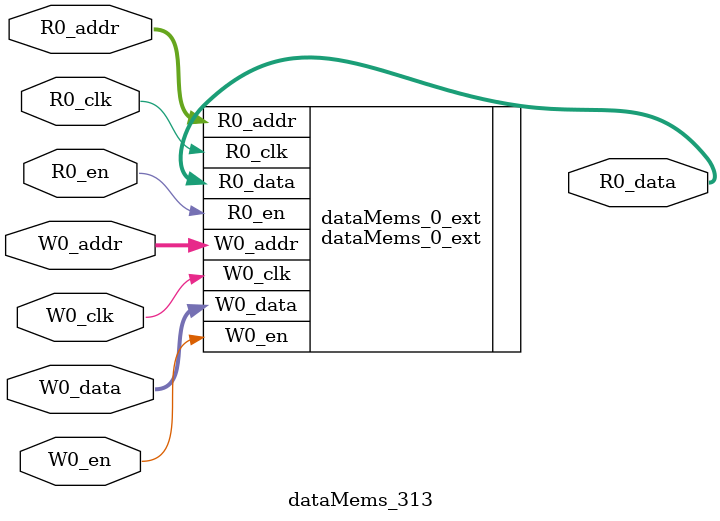
<source format=sv>
`ifndef RANDOMIZE
  `ifdef RANDOMIZE_REG_INIT
    `define RANDOMIZE
  `endif // RANDOMIZE_REG_INIT
`endif // not def RANDOMIZE
`ifndef RANDOMIZE
  `ifdef RANDOMIZE_MEM_INIT
    `define RANDOMIZE
  `endif // RANDOMIZE_MEM_INIT
`endif // not def RANDOMIZE

`ifndef RANDOM
  `define RANDOM $random
`endif // not def RANDOM

// Users can define 'PRINTF_COND' to add an extra gate to prints.
`ifndef PRINTF_COND_
  `ifdef PRINTF_COND
    `define PRINTF_COND_ (`PRINTF_COND)
  `else  // PRINTF_COND
    `define PRINTF_COND_ 1
  `endif // PRINTF_COND
`endif // not def PRINTF_COND_

// Users can define 'ASSERT_VERBOSE_COND' to add an extra gate to assert error printing.
`ifndef ASSERT_VERBOSE_COND_
  `ifdef ASSERT_VERBOSE_COND
    `define ASSERT_VERBOSE_COND_ (`ASSERT_VERBOSE_COND)
  `else  // ASSERT_VERBOSE_COND
    `define ASSERT_VERBOSE_COND_ 1
  `endif // ASSERT_VERBOSE_COND
`endif // not def ASSERT_VERBOSE_COND_

// Users can define 'STOP_COND' to add an extra gate to stop conditions.
`ifndef STOP_COND_
  `ifdef STOP_COND
    `define STOP_COND_ (`STOP_COND)
  `else  // STOP_COND
    `define STOP_COND_ 1
  `endif // STOP_COND
`endif // not def STOP_COND_

// Users can define INIT_RANDOM as general code that gets injected into the
// initializer block for modules with registers.
`ifndef INIT_RANDOM
  `define INIT_RANDOM
`endif // not def INIT_RANDOM

// If using random initialization, you can also define RANDOMIZE_DELAY to
// customize the delay used, otherwise 0.002 is used.
`ifndef RANDOMIZE_DELAY
  `define RANDOMIZE_DELAY 0.002
`endif // not def RANDOMIZE_DELAY

// Define INIT_RANDOM_PROLOG_ for use in our modules below.
`ifndef INIT_RANDOM_PROLOG_
  `ifdef RANDOMIZE
    `ifdef VERILATOR
      `define INIT_RANDOM_PROLOG_ `INIT_RANDOM
    `else  // VERILATOR
      `define INIT_RANDOM_PROLOG_ `INIT_RANDOM #`RANDOMIZE_DELAY begin end
    `endif // VERILATOR
  `else  // RANDOMIZE
    `define INIT_RANDOM_PROLOG_
  `endif // RANDOMIZE
`endif // not def INIT_RANDOM_PROLOG_

// Include register initializers in init blocks unless synthesis is set
`ifndef SYNTHESIS
  `ifndef ENABLE_INITIAL_REG_
    `define ENABLE_INITIAL_REG_
  `endif // not def ENABLE_INITIAL_REG_
`endif // not def SYNTHESIS

// Include rmemory initializers in init blocks unless synthesis is set
`ifndef SYNTHESIS
  `ifndef ENABLE_INITIAL_MEM_
    `define ENABLE_INITIAL_MEM_
  `endif // not def ENABLE_INITIAL_MEM_
`endif // not def SYNTHESIS

module dataMems_313(	// @[generators/ara/src/main/scala/UnsafeAXI4ToTL.scala:365:62]
  input  [4:0]  R0_addr,
  input         R0_en,
  input         R0_clk,
  output [66:0] R0_data,
  input  [4:0]  W0_addr,
  input         W0_en,
  input         W0_clk,
  input  [66:0] W0_data
);

  dataMems_0_ext dataMems_0_ext (	// @[generators/ara/src/main/scala/UnsafeAXI4ToTL.scala:365:62]
    .R0_addr (R0_addr),
    .R0_en   (R0_en),
    .R0_clk  (R0_clk),
    .R0_data (R0_data),
    .W0_addr (W0_addr),
    .W0_en   (W0_en),
    .W0_clk  (W0_clk),
    .W0_data (W0_data)
  );
endmodule


</source>
